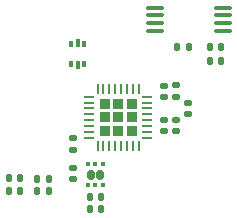
<source format=gbr>
%TF.GenerationSoftware,KiCad,Pcbnew,(7.0.0)*%
%TF.CreationDate,2023-06-22T14:20:14+03:00*%
%TF.ProjectId,Longle,4c6f6e67-6c65-42e6-9b69-6361645f7063,1.0*%
%TF.SameCoordinates,Original*%
%TF.FileFunction,Paste,Bot*%
%TF.FilePolarity,Positive*%
%FSLAX46Y46*%
G04 Gerber Fmt 4.6, Leading zero omitted, Abs format (unit mm)*
G04 Created by KiCad (PCBNEW (7.0.0)) date 2023-06-22 14:20:14*
%MOMM*%
%LPD*%
G01*
G04 APERTURE LIST*
G04 Aperture macros list*
%AMRoundRect*
0 Rectangle with rounded corners*
0 $1 Rounding radius*
0 $2 $3 $4 $5 $6 $7 $8 $9 X,Y pos of 4 corners*
0 Add a 4 corners polygon primitive as box body*
4,1,4,$2,$3,$4,$5,$6,$7,$8,$9,$2,$3,0*
0 Add four circle primitives for the rounded corners*
1,1,$1+$1,$2,$3*
1,1,$1+$1,$4,$5*
1,1,$1+$1,$6,$7*
1,1,$1+$1,$8,$9*
0 Add four rect primitives between the rounded corners*
20,1,$1+$1,$2,$3,$4,$5,0*
20,1,$1+$1,$4,$5,$6,$7,0*
20,1,$1+$1,$6,$7,$8,$9,0*
20,1,$1+$1,$8,$9,$2,$3,0*%
G04 Aperture macros list end*
%ADD10RoundRect,0.100000X0.637500X0.100000X-0.637500X0.100000X-0.637500X-0.100000X0.637500X-0.100000X0*%
%ADD11RoundRect,0.140000X0.170000X-0.140000X0.170000X0.140000X-0.170000X0.140000X-0.170000X-0.140000X0*%
%ADD12RoundRect,0.232500X0.232500X0.232500X-0.232500X0.232500X-0.232500X-0.232500X0.232500X-0.232500X0*%
%ADD13RoundRect,0.062500X0.375000X0.062500X-0.375000X0.062500X-0.375000X-0.062500X0.375000X-0.062500X0*%
%ADD14RoundRect,0.062500X0.062500X0.375000X-0.062500X0.375000X-0.062500X-0.375000X0.062500X-0.375000X0*%
%ADD15RoundRect,0.140000X0.140000X0.170000X-0.140000X0.170000X-0.140000X-0.170000X0.140000X-0.170000X0*%
%ADD16RoundRect,0.135000X0.135000X0.185000X-0.135000X0.185000X-0.135000X-0.185000X0.135000X-0.185000X0*%
%ADD17RoundRect,0.160000X0.160000X-0.245000X0.160000X0.245000X-0.160000X0.245000X-0.160000X-0.245000X0*%
%ADD18RoundRect,0.093750X0.106250X-0.093750X0.106250X0.093750X-0.106250X0.093750X-0.106250X-0.093750X0*%
%ADD19RoundRect,0.140000X-0.170000X0.140000X-0.170000X-0.140000X0.170000X-0.140000X0.170000X0.140000X0*%
%ADD20RoundRect,0.140000X-0.140000X-0.170000X0.140000X-0.170000X0.140000X0.170000X-0.140000X0.170000X0*%
%ADD21RoundRect,0.147500X-0.172500X0.147500X-0.172500X-0.147500X0.172500X-0.147500X0.172500X0.147500X0*%
%ADD22RoundRect,0.147500X-0.147500X-0.172500X0.147500X-0.172500X0.147500X0.172500X-0.147500X0.172500X0*%
%ADD23R,0.375000X0.500000*%
%ADD24R,0.300000X0.650000*%
G04 APERTURE END LIST*
D10*
%TO.C,U203*%
X156251400Y-92379600D03*
X156251400Y-93029600D03*
X156251400Y-93679600D03*
X156251400Y-94329600D03*
X150526400Y-94329600D03*
X150526400Y-93679600D03*
X150526400Y-93029600D03*
X150526400Y-92379600D03*
%TD*%
D11*
%TO.C,C203*%
X152298400Y-99923600D03*
X152298400Y-98963600D03*
%TD*%
D12*
%TO.C,U202*%
X148525600Y-102823600D03*
X148525600Y-101673600D03*
X148525600Y-100523600D03*
X147375600Y-102823600D03*
X147375600Y-101673600D03*
X147375600Y-100523600D03*
X146225600Y-102823600D03*
X146225600Y-101673600D03*
X146225600Y-100523600D03*
D13*
X149813100Y-99923600D03*
X149813100Y-100423600D03*
X149813100Y-100923600D03*
X149813100Y-101423600D03*
X149813100Y-101923600D03*
X149813100Y-102423600D03*
X149813100Y-102923600D03*
X149813100Y-103423600D03*
D14*
X149125600Y-104111100D03*
X148625600Y-104111100D03*
X148125600Y-104111100D03*
X147625600Y-104111100D03*
X147125600Y-104111100D03*
X146625600Y-104111100D03*
X146125600Y-104111100D03*
X145625600Y-104111100D03*
D13*
X144938100Y-103423600D03*
X144938100Y-102923600D03*
X144938100Y-102423600D03*
X144938100Y-101923600D03*
X144938100Y-101423600D03*
X144938100Y-100923600D03*
X144938100Y-100423600D03*
X144938100Y-99923600D03*
D14*
X145625600Y-99236100D03*
X146125600Y-99236100D03*
X146625600Y-99236100D03*
X147125600Y-99236100D03*
X147625600Y-99236100D03*
X148125600Y-99236100D03*
X148625600Y-99236100D03*
X149125600Y-99236100D03*
%TD*%
D15*
%TO.C,C104*%
X145922600Y-108435600D03*
X144962600Y-108435600D03*
%TD*%
D16*
%TO.C,R201*%
X141503400Y-107902102D03*
X140483400Y-107902102D03*
%TD*%
D17*
%TO.C,U101*%
X145029600Y-106529100D03*
X145829600Y-106529100D03*
D18*
X146079600Y-107416600D03*
X145429600Y-107416600D03*
X144779600Y-107416600D03*
X144779600Y-105641600D03*
X145429600Y-105641600D03*
X146079600Y-105641600D03*
%TD*%
D19*
%TO.C,C204*%
X151231600Y-101904800D03*
X151231600Y-102864800D03*
%TD*%
%TO.C,C205*%
X152303200Y-101910000D03*
X152303200Y-102870000D03*
%TD*%
D20*
%TO.C,C302*%
X155120400Y-96901000D03*
X156080400Y-96901000D03*
%TD*%
D21*
%TO.C,L201*%
X153314400Y-100454600D03*
X153314400Y-101424600D03*
%TD*%
D20*
%TO.C,C301*%
X155120400Y-95732600D03*
X156080400Y-95732600D03*
%TD*%
D22*
%TO.C,FB101*%
X140512800Y-106857800D03*
X141482800Y-106857800D03*
%TD*%
D15*
%TO.C,C206*%
X139086200Y-107902102D03*
X138126200Y-107902102D03*
%TD*%
D23*
%TO.C,U201*%
X143408399Y-95441399D03*
D24*
X143945899Y-95366399D03*
D23*
X144483399Y-95441399D03*
X144483399Y-97141399D03*
D24*
X143945899Y-97216399D03*
D23*
X143408399Y-97141399D03*
%TD*%
D15*
%TO.C,C101*%
X139085400Y-106832400D03*
X138125400Y-106832400D03*
%TD*%
D11*
%TO.C,C202*%
X151226000Y-99946400D03*
X151226000Y-98986400D03*
%TD*%
D19*
%TO.C,C103*%
X143537600Y-105923600D03*
X143537600Y-106883600D03*
%TD*%
D16*
%TO.C,R205*%
X153401400Y-95729600D03*
X152381400Y-95729600D03*
%TD*%
D19*
%TO.C,C201*%
X143510000Y-103454200D03*
X143510000Y-104414200D03*
%TD*%
D15*
%TO.C,C105*%
X145922600Y-109448600D03*
X144962600Y-109448600D03*
%TD*%
M02*

</source>
